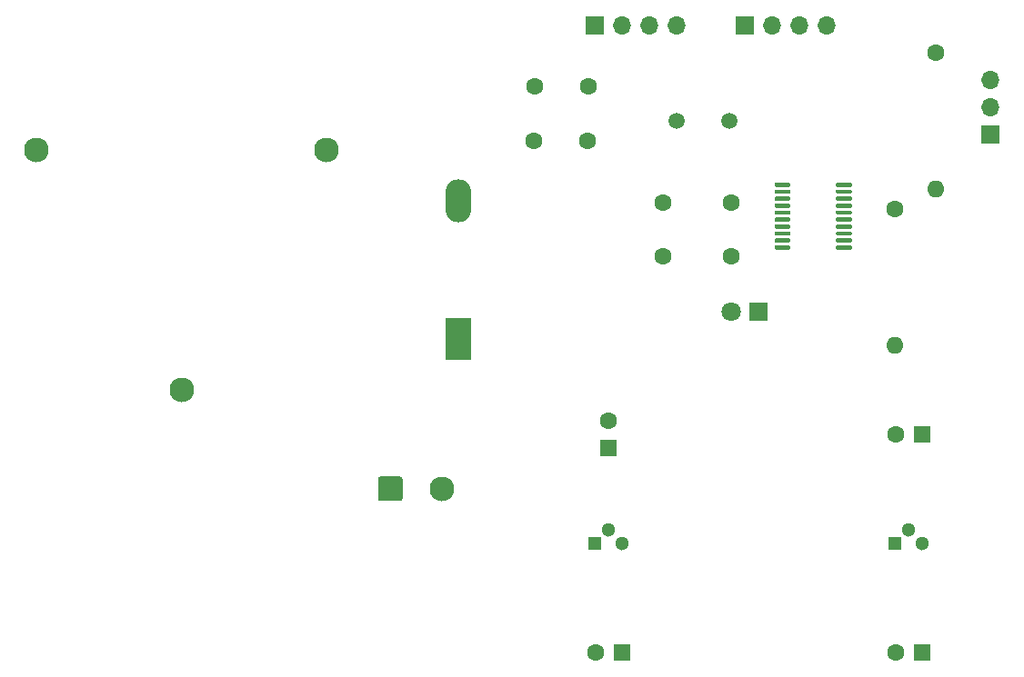
<source format=gbr>
%TF.GenerationSoftware,KiCad,Pcbnew,5.1.12-84ad8e8a86~92~ubuntu20.04.1*%
%TF.CreationDate,2021-12-12T14:48:12+01:00*%
%TF.ProjectId,funkwecker,66756e6b-7765-4636-9b65-722e6b696361,0.1*%
%TF.SameCoordinates,Original*%
%TF.FileFunction,Soldermask,Top*%
%TF.FilePolarity,Negative*%
%FSLAX46Y46*%
G04 Gerber Fmt 4.6, Leading zero omitted, Abs format (unit mm)*
G04 Created by KiCad (PCBNEW 5.1.12-84ad8e8a86~92~ubuntu20.04.1) date 2021-12-12 14:48:12*
%MOMM*%
%LPD*%
G01*
G04 APERTURE LIST*
%ADD10C,2.300000*%
%ADD11R,2.410000X4.020000*%
%ADD12O,2.410000X4.020000*%
%ADD13C,1.600000*%
%ADD14R,1.600000X1.600000*%
%ADD15R,1.800000X1.800000*%
%ADD16C,1.800000*%
%ADD17R,1.700000X1.700000*%
%ADD18O,1.700000X1.700000*%
%ADD19O,1.600000X1.600000*%
%ADD20R,1.300000X1.300000*%
%ADD21C,1.300000*%
%ADD22C,1.500000*%
G04 APERTURE END LIST*
D10*
%TO.C,SW1*%
X141452000Y-100838000D03*
G36*
G01*
X135502000Y-101738002D02*
X135502000Y-99937998D01*
G75*
G02*
X135751998Y-99688000I249998J0D01*
G01*
X137552002Y-99688000D01*
G75*
G02*
X137802000Y-99937998I0J-249998D01*
G01*
X137802000Y-101738002D01*
G75*
G02*
X137552002Y-101988000I-249998J0D01*
G01*
X135751998Y-101988000D01*
G75*
G02*
X135502000Y-101738002I0J249998D01*
G01*
G37*
%TD*%
D11*
%TO.C,BT1*%
X143002000Y-86868000D03*
D12*
X143002000Y-73988000D03*
D10*
X117222000Y-91598000D03*
X130712000Y-69248000D03*
X103742000Y-69248000D03*
%TD*%
D13*
%TO.C,C1*%
X155742000Y-116078000D03*
D14*
X158242000Y-116078000D03*
%TD*%
%TO.C,C2*%
X156972000Y-97028000D03*
D13*
X156972000Y-94528000D03*
%TD*%
D14*
%TO.C,C5*%
X186182000Y-95758000D03*
D13*
X183682000Y-95758000D03*
%TD*%
%TO.C,C6*%
X183682000Y-116078000D03*
D14*
X186182000Y-116078000D03*
%TD*%
D15*
%TO.C,D1*%
X170942000Y-84328000D03*
D16*
X168402000Y-84328000D03*
%TD*%
D17*
%TO.C,J1*%
X192532000Y-67818000D03*
D18*
X192532000Y-65278000D03*
X192532000Y-62738000D03*
%TD*%
D17*
%TO.C,J2*%
X155702000Y-57658000D03*
D18*
X158242000Y-57658000D03*
X160782000Y-57658000D03*
X163322000Y-57658000D03*
%TD*%
%TO.C,J3*%
X177292000Y-57658000D03*
X174752000Y-57658000D03*
X172212000Y-57658000D03*
D17*
X169672000Y-57658000D03*
%TD*%
D19*
%TO.C,R1*%
X187452000Y-72898000D03*
D13*
X187452000Y-60198000D03*
%TD*%
%TO.C,R2*%
X183642000Y-74803000D03*
D19*
X183642000Y-87503000D03*
%TD*%
D20*
%TO.C,U1*%
X155702000Y-105918000D03*
D21*
X158242000Y-105918000D03*
X156972000Y-104648000D03*
%TD*%
%TO.C,U2*%
G36*
G01*
X172422000Y-72613000D02*
X172422000Y-72413000D01*
G75*
G02*
X172522000Y-72313000I100000J0D01*
G01*
X173797000Y-72313000D01*
G75*
G02*
X173897000Y-72413000I0J-100000D01*
G01*
X173897000Y-72613000D01*
G75*
G02*
X173797000Y-72713000I-100000J0D01*
G01*
X172522000Y-72713000D01*
G75*
G02*
X172422000Y-72613000I0J100000D01*
G01*
G37*
G36*
G01*
X172422000Y-73263000D02*
X172422000Y-73063000D01*
G75*
G02*
X172522000Y-72963000I100000J0D01*
G01*
X173797000Y-72963000D01*
G75*
G02*
X173897000Y-73063000I0J-100000D01*
G01*
X173897000Y-73263000D01*
G75*
G02*
X173797000Y-73363000I-100000J0D01*
G01*
X172522000Y-73363000D01*
G75*
G02*
X172422000Y-73263000I0J100000D01*
G01*
G37*
G36*
G01*
X172422000Y-73913000D02*
X172422000Y-73713000D01*
G75*
G02*
X172522000Y-73613000I100000J0D01*
G01*
X173797000Y-73613000D01*
G75*
G02*
X173897000Y-73713000I0J-100000D01*
G01*
X173897000Y-73913000D01*
G75*
G02*
X173797000Y-74013000I-100000J0D01*
G01*
X172522000Y-74013000D01*
G75*
G02*
X172422000Y-73913000I0J100000D01*
G01*
G37*
G36*
G01*
X172422000Y-74563000D02*
X172422000Y-74363000D01*
G75*
G02*
X172522000Y-74263000I100000J0D01*
G01*
X173797000Y-74263000D01*
G75*
G02*
X173897000Y-74363000I0J-100000D01*
G01*
X173897000Y-74563000D01*
G75*
G02*
X173797000Y-74663000I-100000J0D01*
G01*
X172522000Y-74663000D01*
G75*
G02*
X172422000Y-74563000I0J100000D01*
G01*
G37*
G36*
G01*
X172422000Y-75213000D02*
X172422000Y-75013000D01*
G75*
G02*
X172522000Y-74913000I100000J0D01*
G01*
X173797000Y-74913000D01*
G75*
G02*
X173897000Y-75013000I0J-100000D01*
G01*
X173897000Y-75213000D01*
G75*
G02*
X173797000Y-75313000I-100000J0D01*
G01*
X172522000Y-75313000D01*
G75*
G02*
X172422000Y-75213000I0J100000D01*
G01*
G37*
G36*
G01*
X172422000Y-75863000D02*
X172422000Y-75663000D01*
G75*
G02*
X172522000Y-75563000I100000J0D01*
G01*
X173797000Y-75563000D01*
G75*
G02*
X173897000Y-75663000I0J-100000D01*
G01*
X173897000Y-75863000D01*
G75*
G02*
X173797000Y-75963000I-100000J0D01*
G01*
X172522000Y-75963000D01*
G75*
G02*
X172422000Y-75863000I0J100000D01*
G01*
G37*
G36*
G01*
X172422000Y-76513000D02*
X172422000Y-76313000D01*
G75*
G02*
X172522000Y-76213000I100000J0D01*
G01*
X173797000Y-76213000D01*
G75*
G02*
X173897000Y-76313000I0J-100000D01*
G01*
X173897000Y-76513000D01*
G75*
G02*
X173797000Y-76613000I-100000J0D01*
G01*
X172522000Y-76613000D01*
G75*
G02*
X172422000Y-76513000I0J100000D01*
G01*
G37*
G36*
G01*
X172422000Y-77163000D02*
X172422000Y-76963000D01*
G75*
G02*
X172522000Y-76863000I100000J0D01*
G01*
X173797000Y-76863000D01*
G75*
G02*
X173897000Y-76963000I0J-100000D01*
G01*
X173897000Y-77163000D01*
G75*
G02*
X173797000Y-77263000I-100000J0D01*
G01*
X172522000Y-77263000D01*
G75*
G02*
X172422000Y-77163000I0J100000D01*
G01*
G37*
G36*
G01*
X172422000Y-77813000D02*
X172422000Y-77613000D01*
G75*
G02*
X172522000Y-77513000I100000J0D01*
G01*
X173797000Y-77513000D01*
G75*
G02*
X173897000Y-77613000I0J-100000D01*
G01*
X173897000Y-77813000D01*
G75*
G02*
X173797000Y-77913000I-100000J0D01*
G01*
X172522000Y-77913000D01*
G75*
G02*
X172422000Y-77813000I0J100000D01*
G01*
G37*
G36*
G01*
X172422000Y-78463000D02*
X172422000Y-78263000D01*
G75*
G02*
X172522000Y-78163000I100000J0D01*
G01*
X173797000Y-78163000D01*
G75*
G02*
X173897000Y-78263000I0J-100000D01*
G01*
X173897000Y-78463000D01*
G75*
G02*
X173797000Y-78563000I-100000J0D01*
G01*
X172522000Y-78563000D01*
G75*
G02*
X172422000Y-78463000I0J100000D01*
G01*
G37*
G36*
G01*
X178147000Y-78463000D02*
X178147000Y-78263000D01*
G75*
G02*
X178247000Y-78163000I100000J0D01*
G01*
X179522000Y-78163000D01*
G75*
G02*
X179622000Y-78263000I0J-100000D01*
G01*
X179622000Y-78463000D01*
G75*
G02*
X179522000Y-78563000I-100000J0D01*
G01*
X178247000Y-78563000D01*
G75*
G02*
X178147000Y-78463000I0J100000D01*
G01*
G37*
G36*
G01*
X178147000Y-77813000D02*
X178147000Y-77613000D01*
G75*
G02*
X178247000Y-77513000I100000J0D01*
G01*
X179522000Y-77513000D01*
G75*
G02*
X179622000Y-77613000I0J-100000D01*
G01*
X179622000Y-77813000D01*
G75*
G02*
X179522000Y-77913000I-100000J0D01*
G01*
X178247000Y-77913000D01*
G75*
G02*
X178147000Y-77813000I0J100000D01*
G01*
G37*
G36*
G01*
X178147000Y-77163000D02*
X178147000Y-76963000D01*
G75*
G02*
X178247000Y-76863000I100000J0D01*
G01*
X179522000Y-76863000D01*
G75*
G02*
X179622000Y-76963000I0J-100000D01*
G01*
X179622000Y-77163000D01*
G75*
G02*
X179522000Y-77263000I-100000J0D01*
G01*
X178247000Y-77263000D01*
G75*
G02*
X178147000Y-77163000I0J100000D01*
G01*
G37*
G36*
G01*
X178147000Y-76513000D02*
X178147000Y-76313000D01*
G75*
G02*
X178247000Y-76213000I100000J0D01*
G01*
X179522000Y-76213000D01*
G75*
G02*
X179622000Y-76313000I0J-100000D01*
G01*
X179622000Y-76513000D01*
G75*
G02*
X179522000Y-76613000I-100000J0D01*
G01*
X178247000Y-76613000D01*
G75*
G02*
X178147000Y-76513000I0J100000D01*
G01*
G37*
G36*
G01*
X178147000Y-75863000D02*
X178147000Y-75663000D01*
G75*
G02*
X178247000Y-75563000I100000J0D01*
G01*
X179522000Y-75563000D01*
G75*
G02*
X179622000Y-75663000I0J-100000D01*
G01*
X179622000Y-75863000D01*
G75*
G02*
X179522000Y-75963000I-100000J0D01*
G01*
X178247000Y-75963000D01*
G75*
G02*
X178147000Y-75863000I0J100000D01*
G01*
G37*
G36*
G01*
X178147000Y-75213000D02*
X178147000Y-75013000D01*
G75*
G02*
X178247000Y-74913000I100000J0D01*
G01*
X179522000Y-74913000D01*
G75*
G02*
X179622000Y-75013000I0J-100000D01*
G01*
X179622000Y-75213000D01*
G75*
G02*
X179522000Y-75313000I-100000J0D01*
G01*
X178247000Y-75313000D01*
G75*
G02*
X178147000Y-75213000I0J100000D01*
G01*
G37*
G36*
G01*
X178147000Y-74563000D02*
X178147000Y-74363000D01*
G75*
G02*
X178247000Y-74263000I100000J0D01*
G01*
X179522000Y-74263000D01*
G75*
G02*
X179622000Y-74363000I0J-100000D01*
G01*
X179622000Y-74563000D01*
G75*
G02*
X179522000Y-74663000I-100000J0D01*
G01*
X178247000Y-74663000D01*
G75*
G02*
X178147000Y-74563000I0J100000D01*
G01*
G37*
G36*
G01*
X178147000Y-73913000D02*
X178147000Y-73713000D01*
G75*
G02*
X178247000Y-73613000I100000J0D01*
G01*
X179522000Y-73613000D01*
G75*
G02*
X179622000Y-73713000I0J-100000D01*
G01*
X179622000Y-73913000D01*
G75*
G02*
X179522000Y-74013000I-100000J0D01*
G01*
X178247000Y-74013000D01*
G75*
G02*
X178147000Y-73913000I0J100000D01*
G01*
G37*
G36*
G01*
X178147000Y-73263000D02*
X178147000Y-73063000D01*
G75*
G02*
X178247000Y-72963000I100000J0D01*
G01*
X179522000Y-72963000D01*
G75*
G02*
X179622000Y-73063000I0J-100000D01*
G01*
X179622000Y-73263000D01*
G75*
G02*
X179522000Y-73363000I-100000J0D01*
G01*
X178247000Y-73363000D01*
G75*
G02*
X178147000Y-73263000I0J100000D01*
G01*
G37*
G36*
G01*
X178147000Y-72613000D02*
X178147000Y-72413000D01*
G75*
G02*
X178247000Y-72313000I100000J0D01*
G01*
X179522000Y-72313000D01*
G75*
G02*
X179622000Y-72413000I0J-100000D01*
G01*
X179622000Y-72613000D01*
G75*
G02*
X179522000Y-72713000I-100000J0D01*
G01*
X178247000Y-72713000D01*
G75*
G02*
X178147000Y-72613000I0J100000D01*
G01*
G37*
%TD*%
%TO.C,U8*%
X184912000Y-104648000D03*
X186182000Y-105918000D03*
D20*
X183642000Y-105918000D03*
%TD*%
D22*
%TO.C,Y1*%
X163322000Y-66548000D03*
X168202000Y-66548000D03*
%TD*%
D13*
%TO.C,C3*%
X168402000Y-74168000D03*
X168402000Y-79168000D03*
%TD*%
%TO.C,C4*%
X162052000Y-79168000D03*
X162052000Y-74168000D03*
%TD*%
%TO.C,C7*%
X155067000Y-63373000D03*
X150067000Y-63373000D03*
%TD*%
%TO.C,C8*%
X154987000Y-68453000D03*
X149987000Y-68453000D03*
%TD*%
M02*

</source>
